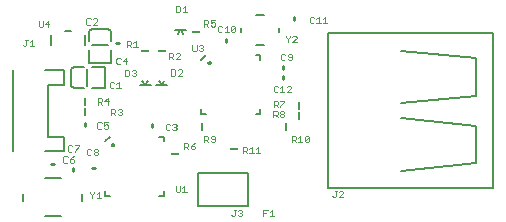
<source format=gto>
G75*
G70*
%OFA0B0*%
%FSLAX24Y24*%
%IPPOS*%
%LPD*%
%AMOC8*
5,1,8,0,0,1.08239X$1,22.5*
%
%ADD10C,0.0080*%
%ADD11C,0.0050*%
%ADD12C,0.0030*%
%ADD13C,0.0100*%
%ADD14R,0.0276X0.0110*%
%ADD15R,0.0110X0.0276*%
%ADD16C,0.0075*%
D10*
X001149Y003561D02*
X001149Y006239D01*
X002212Y006239D02*
X002842Y006239D01*
X002842Y005766D01*
X002291Y005766D01*
X002291Y004034D01*
X002842Y004034D01*
X002842Y003561D01*
X002212Y003561D01*
X003158Y005646D02*
X003493Y005646D01*
X003768Y005646D02*
X004221Y005646D01*
X004221Y006354D01*
X003768Y006354D01*
X003493Y006354D02*
X003158Y006354D01*
X003079Y006276D01*
X003079Y005724D01*
X003158Y005646D01*
X003686Y006479D02*
X003686Y006932D01*
X003530Y007081D02*
X003530Y007419D01*
X003686Y007542D02*
X003686Y007207D01*
X003686Y007542D02*
X003764Y007621D01*
X004316Y007621D01*
X004394Y007542D01*
X004394Y007207D01*
X004394Y006932D02*
X004394Y006479D01*
X003686Y006479D01*
X002410Y007081D02*
X002410Y007419D01*
X002864Y007569D02*
X003076Y007569D01*
X005453Y005880D02*
X005545Y005758D01*
X005726Y005758D01*
X005631Y005880D02*
X005555Y005764D01*
X005545Y005758D02*
X005364Y005758D01*
X005914Y005758D02*
X006095Y005758D01*
X006003Y005880D01*
X006105Y005764D02*
X006181Y005880D01*
X006095Y005758D02*
X006276Y005758D01*
X006639Y007470D02*
X006715Y007586D01*
X006725Y007592D02*
X006817Y007470D01*
X006906Y007592D02*
X006725Y007592D01*
X006544Y007592D01*
D11*
X002726Y001390D02*
X002214Y001390D01*
X001486Y001902D02*
X001486Y002138D01*
X002214Y002650D02*
X002726Y002650D01*
X003454Y002138D02*
X003454Y001902D01*
X004442Y003759D02*
X004444Y003771D01*
X004449Y003782D01*
X004458Y003791D01*
X004469Y003796D01*
X004481Y003798D01*
X004493Y003796D01*
X004504Y003791D01*
X004513Y003782D01*
X004518Y003771D01*
X004520Y003759D01*
X004518Y003747D01*
X004513Y003736D01*
X004504Y003727D01*
X004493Y003722D01*
X004481Y003720D01*
X004469Y003722D01*
X004458Y003727D01*
X004449Y003736D01*
X004444Y003747D01*
X004442Y003759D01*
X007323Y002821D02*
X007323Y001719D01*
X008977Y001719D01*
X008977Y002821D01*
X007323Y002821D01*
X011630Y002340D02*
X011630Y007460D01*
X011635Y007485D02*
X017140Y007485D01*
X017140Y007450D02*
X017140Y002350D01*
X017140Y002315D02*
X011635Y002315D01*
X014090Y002900D02*
X016590Y003150D01*
X016590Y004400D01*
X014090Y004650D01*
X014090Y005150D02*
X016590Y005400D01*
X016590Y006650D01*
X014090Y006900D01*
X010005Y007536D02*
X010005Y007654D01*
X009493Y008087D02*
X009257Y008087D01*
X008745Y007654D02*
X008745Y007536D01*
X009257Y007103D02*
X009493Y007103D01*
X007652Y006484D02*
X007654Y006496D01*
X007659Y006507D01*
X007668Y006516D01*
X007679Y006521D01*
X007691Y006523D01*
X007703Y006521D01*
X007714Y006516D01*
X007723Y006507D01*
X007728Y006496D01*
X007730Y006484D01*
X007728Y006472D01*
X007723Y006461D01*
X007714Y006452D01*
X007703Y006447D01*
X007691Y006445D01*
X007679Y006447D01*
X007668Y006452D01*
X007659Y006461D01*
X007654Y006472D01*
X007652Y006484D01*
X004322Y007102D02*
X003758Y007102D01*
X003598Y006282D02*
X003598Y005718D01*
D12*
X003965Y005313D02*
X004070Y005313D01*
X004105Y005278D01*
X004105Y005208D01*
X004070Y005173D01*
X003965Y005173D01*
X004035Y005173D02*
X004105Y005103D01*
X004186Y005208D02*
X004326Y005208D01*
X004291Y005103D02*
X004291Y005313D01*
X004186Y005208D01*
X003965Y005103D02*
X003965Y005313D01*
X004368Y005685D02*
X004403Y005650D01*
X004473Y005650D01*
X004508Y005685D01*
X004589Y005650D02*
X004729Y005650D01*
X004659Y005650D02*
X004659Y005860D01*
X004589Y005790D01*
X004508Y005825D02*
X004473Y005860D01*
X004403Y005860D01*
X004368Y005825D01*
X004368Y005685D01*
X004875Y006060D02*
X004980Y006060D01*
X005015Y006095D01*
X005015Y006235D01*
X004980Y006270D01*
X004875Y006270D01*
X004875Y006060D01*
X005096Y006095D02*
X005131Y006060D01*
X005201Y006060D01*
X005236Y006095D01*
X005236Y006130D01*
X005201Y006165D01*
X005166Y006165D01*
X005201Y006165D02*
X005236Y006200D01*
X005236Y006235D01*
X005201Y006270D01*
X005131Y006270D01*
X005096Y006235D01*
X004916Y006450D02*
X004916Y006660D01*
X004811Y006555D01*
X004951Y006555D01*
X004730Y006485D02*
X004695Y006450D01*
X004625Y006450D01*
X004590Y006485D01*
X004590Y006625D01*
X004625Y006660D01*
X004695Y006660D01*
X004730Y006625D01*
X004935Y007015D02*
X004935Y007225D01*
X005040Y007225D01*
X005075Y007190D01*
X005075Y007120D01*
X005040Y007085D01*
X004935Y007085D01*
X005005Y007085D02*
X005075Y007015D01*
X005156Y007015D02*
X005296Y007015D01*
X005226Y007015D02*
X005226Y007225D01*
X005156Y007155D01*
X006350Y006820D02*
X006350Y006610D01*
X006350Y006680D02*
X006455Y006680D01*
X006490Y006715D01*
X006490Y006785D01*
X006455Y006820D01*
X006350Y006820D01*
X006420Y006680D02*
X006490Y006610D01*
X006571Y006610D02*
X006711Y006750D01*
X006711Y006785D01*
X006676Y006820D01*
X006606Y006820D01*
X006571Y006785D01*
X006571Y006610D02*
X006711Y006610D01*
X006736Y006275D02*
X006666Y006275D01*
X006631Y006240D01*
X006550Y006240D02*
X006550Y006100D01*
X006515Y006065D01*
X006410Y006065D01*
X006410Y006275D01*
X006515Y006275D01*
X006550Y006240D01*
X006736Y006275D02*
X006771Y006240D01*
X006771Y006205D01*
X006631Y006065D01*
X006771Y006065D01*
X007157Y006881D02*
X007227Y006881D01*
X007262Y006916D01*
X007262Y007091D01*
X007343Y007056D02*
X007378Y007091D01*
X007448Y007091D01*
X007483Y007056D01*
X007483Y007021D01*
X007448Y006986D01*
X007483Y006951D01*
X007483Y006916D01*
X007448Y006881D01*
X007378Y006881D01*
X007343Y006916D01*
X007413Y006986D02*
X007448Y006986D01*
X007157Y006881D02*
X007122Y006916D01*
X007122Y007091D01*
X007975Y007550D02*
X008010Y007515D01*
X008080Y007515D01*
X008115Y007550D01*
X008196Y007515D02*
X008336Y007515D01*
X008266Y007515D02*
X008266Y007725D01*
X008196Y007655D01*
X008115Y007690D02*
X008080Y007725D01*
X008010Y007725D01*
X007975Y007690D01*
X007975Y007550D01*
X007831Y007705D02*
X007761Y007705D01*
X007726Y007740D01*
X007726Y007810D02*
X007796Y007845D01*
X007831Y007845D01*
X007866Y007810D01*
X007866Y007740D01*
X007831Y007705D01*
X007726Y007810D02*
X007726Y007915D01*
X007866Y007915D01*
X007645Y007880D02*
X007645Y007810D01*
X007610Y007775D01*
X007505Y007775D01*
X007505Y007705D02*
X007505Y007915D01*
X007610Y007915D01*
X007645Y007880D01*
X007575Y007775D02*
X007645Y007705D01*
X008417Y007690D02*
X008417Y007550D01*
X008557Y007690D01*
X008557Y007550D01*
X008522Y007515D01*
X008452Y007515D01*
X008417Y007550D01*
X008417Y007690D02*
X008452Y007725D01*
X008522Y007725D01*
X008557Y007690D01*
X006936Y008190D02*
X006796Y008190D01*
X006866Y008190D02*
X006866Y008400D01*
X006796Y008330D01*
X006715Y008365D02*
X006680Y008400D01*
X006575Y008400D01*
X006575Y008190D01*
X006680Y008190D01*
X006715Y008225D01*
X006715Y008365D01*
X003949Y007940D02*
X003949Y007905D01*
X003809Y007765D01*
X003949Y007765D01*
X003728Y007800D02*
X003693Y007765D01*
X003623Y007765D01*
X003588Y007800D01*
X003588Y007940D01*
X003623Y007975D01*
X003693Y007975D01*
X003728Y007940D01*
X003809Y007940D02*
X003844Y007975D01*
X003914Y007975D01*
X003949Y007940D01*
X002356Y007790D02*
X002216Y007790D01*
X002321Y007895D01*
X002321Y007685D01*
X002135Y007720D02*
X002135Y007895D01*
X001995Y007895D02*
X001995Y007720D01*
X002030Y007685D01*
X002100Y007685D01*
X002135Y007720D01*
X001776Y007257D02*
X001776Y007047D01*
X001706Y007047D02*
X001846Y007047D01*
X001590Y007082D02*
X001590Y007257D01*
X001555Y007257D02*
X001625Y007257D01*
X001706Y007187D02*
X001776Y007257D01*
X001590Y007082D02*
X001555Y007047D01*
X001520Y007047D01*
X001485Y007082D01*
X004405Y004963D02*
X004510Y004963D01*
X004545Y004928D01*
X004545Y004858D01*
X004510Y004823D01*
X004405Y004823D01*
X004475Y004823D02*
X004545Y004753D01*
X004626Y004788D02*
X004661Y004753D01*
X004731Y004753D01*
X004766Y004788D01*
X004766Y004823D01*
X004731Y004858D01*
X004696Y004858D01*
X004731Y004858D02*
X004766Y004893D01*
X004766Y004928D01*
X004731Y004963D01*
X004661Y004963D01*
X004626Y004928D01*
X004405Y004963D02*
X004405Y004753D01*
X004316Y004510D02*
X004176Y004510D01*
X004176Y004405D01*
X004246Y004440D01*
X004281Y004440D01*
X004316Y004405D01*
X004316Y004335D01*
X004281Y004300D01*
X004211Y004300D01*
X004176Y004335D01*
X004095Y004335D02*
X004060Y004300D01*
X003990Y004300D01*
X003955Y004335D01*
X003955Y004475D01*
X003990Y004510D01*
X004060Y004510D01*
X004095Y004475D01*
X003341Y003745D02*
X003201Y003745D01*
X003120Y003710D02*
X003085Y003745D01*
X003015Y003745D01*
X002980Y003710D01*
X002980Y003570D01*
X003015Y003535D01*
X003085Y003535D01*
X003120Y003570D01*
X003201Y003570D02*
X003201Y003535D01*
X003201Y003570D02*
X003341Y003710D01*
X003341Y003745D01*
X003610Y003590D02*
X003610Y003450D01*
X003645Y003415D01*
X003715Y003415D01*
X003750Y003450D01*
X003831Y003450D02*
X003866Y003415D01*
X003936Y003415D01*
X003971Y003450D01*
X003971Y003485D01*
X003936Y003520D01*
X003866Y003520D01*
X003831Y003555D01*
X003831Y003590D01*
X003866Y003625D01*
X003936Y003625D01*
X003971Y003590D01*
X003971Y003555D01*
X003936Y003520D01*
X003866Y003520D02*
X003831Y003485D01*
X003831Y003450D01*
X003750Y003590D02*
X003715Y003625D01*
X003645Y003625D01*
X003610Y003590D01*
X003181Y003380D02*
X003111Y003345D01*
X003041Y003275D01*
X003146Y003275D01*
X003181Y003240D01*
X003181Y003205D01*
X003146Y003170D01*
X003076Y003170D01*
X003041Y003205D01*
X003041Y003275D01*
X002960Y003205D02*
X002925Y003170D01*
X002855Y003170D01*
X002820Y003205D01*
X002820Y003345D01*
X002855Y003380D01*
X002925Y003380D01*
X002960Y003345D01*
X003711Y002195D02*
X003711Y002160D01*
X003781Y002090D01*
X003781Y001985D01*
X003781Y002090D02*
X003851Y002160D01*
X003851Y002195D01*
X003932Y002125D02*
X004002Y002195D01*
X004002Y001985D01*
X003932Y001985D02*
X004072Y001985D01*
X006566Y002219D02*
X006601Y002184D01*
X006671Y002184D01*
X006706Y002219D01*
X006706Y002394D01*
X006787Y002324D02*
X006857Y002394D01*
X006857Y002184D01*
X006787Y002184D02*
X006927Y002184D01*
X006566Y002219D02*
X006566Y002394D01*
X008423Y001430D02*
X008458Y001395D01*
X008493Y001395D01*
X008528Y001430D01*
X008528Y001605D01*
X008493Y001605D02*
X008563Y001605D01*
X008644Y001570D02*
X008679Y001605D01*
X008749Y001605D01*
X008784Y001570D01*
X008784Y001535D01*
X008749Y001500D01*
X008784Y001465D01*
X008784Y001430D01*
X008749Y001395D01*
X008679Y001395D01*
X008644Y001430D01*
X008714Y001500D02*
X008749Y001500D01*
X009490Y001495D02*
X009560Y001495D01*
X009490Y001390D02*
X009490Y001600D01*
X009630Y001600D01*
X009711Y001530D02*
X009781Y001600D01*
X009781Y001390D01*
X009711Y001390D02*
X009851Y001390D01*
X011790Y002050D02*
X011825Y002015D01*
X011860Y002015D01*
X011895Y002050D01*
X011895Y002225D01*
X011860Y002225D02*
X011930Y002225D01*
X012011Y002190D02*
X012046Y002225D01*
X012116Y002225D01*
X012151Y002190D01*
X012151Y002155D01*
X012011Y002015D01*
X012151Y002015D01*
X009382Y003485D02*
X009242Y003485D01*
X009312Y003485D02*
X009312Y003695D01*
X009242Y003625D01*
X009161Y003485D02*
X009021Y003485D01*
X009091Y003485D02*
X009091Y003695D01*
X009021Y003625D01*
X008940Y003660D02*
X008940Y003590D01*
X008905Y003555D01*
X008800Y003555D01*
X008800Y003485D02*
X008800Y003695D01*
X008905Y003695D01*
X008940Y003660D01*
X008870Y003555D02*
X008940Y003485D01*
X007866Y003895D02*
X007866Y004035D01*
X007831Y004070D01*
X007761Y004070D01*
X007726Y004035D01*
X007726Y004000D01*
X007761Y003965D01*
X007866Y003965D01*
X007866Y003895D02*
X007831Y003860D01*
X007761Y003860D01*
X007726Y003895D01*
X007645Y003860D02*
X007575Y003930D01*
X007610Y003930D02*
X007505Y003930D01*
X007505Y003860D02*
X007505Y004070D01*
X007610Y004070D01*
X007645Y004035D01*
X007645Y003965D01*
X007610Y003930D01*
X007206Y003825D02*
X007136Y003790D01*
X007066Y003720D01*
X007171Y003720D01*
X007206Y003685D01*
X007206Y003650D01*
X007171Y003615D01*
X007101Y003615D01*
X007066Y003650D01*
X007066Y003720D01*
X006985Y003720D02*
X006950Y003685D01*
X006845Y003685D01*
X006845Y003615D02*
X006845Y003825D01*
X006950Y003825D01*
X006985Y003790D01*
X006985Y003720D01*
X006915Y003685D02*
X006985Y003615D01*
X006556Y004250D02*
X006486Y004250D01*
X006451Y004285D01*
X006370Y004285D02*
X006335Y004250D01*
X006265Y004250D01*
X006230Y004285D01*
X006230Y004425D01*
X006265Y004460D01*
X006335Y004460D01*
X006370Y004425D01*
X006451Y004425D02*
X006486Y004460D01*
X006556Y004460D01*
X006591Y004425D01*
X006591Y004390D01*
X006556Y004355D01*
X006591Y004320D01*
X006591Y004285D01*
X006556Y004250D01*
X006556Y004355D02*
X006521Y004355D01*
X009820Y004690D02*
X009820Y004900D01*
X009925Y004900D01*
X009960Y004865D01*
X009960Y004795D01*
X009925Y004760D01*
X009820Y004760D01*
X009890Y004760D02*
X009960Y004690D01*
X010041Y004725D02*
X010041Y004760D01*
X010076Y004795D01*
X010146Y004795D01*
X010181Y004760D01*
X010181Y004725D01*
X010146Y004690D01*
X010076Y004690D01*
X010041Y004725D01*
X010076Y004795D02*
X010041Y004830D01*
X010041Y004865D01*
X010076Y004900D01*
X010146Y004900D01*
X010181Y004865D01*
X010181Y004830D01*
X010146Y004795D01*
X010046Y005015D02*
X010046Y005050D01*
X010186Y005190D01*
X010186Y005225D01*
X010046Y005225D01*
X009965Y005190D02*
X009965Y005120D01*
X009930Y005085D01*
X009825Y005085D01*
X009825Y005015D02*
X009825Y005225D01*
X009930Y005225D01*
X009965Y005190D01*
X009895Y005085D02*
X009965Y005015D01*
X009930Y005525D02*
X009965Y005560D01*
X009930Y005525D02*
X009860Y005525D01*
X009825Y005560D01*
X009825Y005700D01*
X009860Y005735D01*
X009930Y005735D01*
X009965Y005700D01*
X010046Y005665D02*
X010116Y005735D01*
X010116Y005525D01*
X010046Y005525D02*
X010186Y005525D01*
X010267Y005525D02*
X010407Y005665D01*
X010407Y005700D01*
X010372Y005735D01*
X010302Y005735D01*
X010267Y005700D01*
X010267Y005525D02*
X010407Y005525D01*
X010401Y006585D02*
X010331Y006585D01*
X010296Y006620D01*
X010331Y006690D02*
X010436Y006690D01*
X010436Y006620D02*
X010436Y006760D01*
X010401Y006795D01*
X010331Y006795D01*
X010296Y006760D01*
X010296Y006725D01*
X010331Y006690D01*
X010401Y006585D02*
X010436Y006620D01*
X010215Y006620D02*
X010180Y006585D01*
X010110Y006585D01*
X010075Y006620D01*
X010075Y006760D01*
X010110Y006795D01*
X010180Y006795D01*
X010215Y006760D01*
X010301Y007180D02*
X010301Y007285D01*
X010371Y007355D01*
X010371Y007390D01*
X010452Y007355D02*
X010487Y007390D01*
X010557Y007390D01*
X010592Y007355D01*
X010592Y007320D01*
X010452Y007180D01*
X010592Y007180D01*
X010301Y007285D02*
X010231Y007355D01*
X010231Y007390D01*
X011035Y007860D02*
X011070Y007825D01*
X011140Y007825D01*
X011175Y007860D01*
X011256Y007825D02*
X011396Y007825D01*
X011326Y007825D02*
X011326Y008035D01*
X011256Y007965D01*
X011175Y008000D02*
X011140Y008035D01*
X011070Y008035D01*
X011035Y008000D01*
X011035Y007860D01*
X011477Y007825D02*
X011617Y007825D01*
X011547Y007825D02*
X011547Y008035D01*
X011477Y007965D01*
X010972Y004070D02*
X011007Y004035D01*
X010867Y003895D01*
X010902Y003860D01*
X010972Y003860D01*
X011007Y003895D01*
X011007Y004035D01*
X010972Y004070D02*
X010902Y004070D01*
X010867Y004035D01*
X010867Y003895D01*
X010786Y003860D02*
X010646Y003860D01*
X010716Y003860D02*
X010716Y004070D01*
X010646Y004000D01*
X010565Y003965D02*
X010530Y003930D01*
X010425Y003930D01*
X010425Y003860D02*
X010425Y004070D01*
X010530Y004070D01*
X010565Y004035D01*
X010565Y003965D01*
X010495Y003930D02*
X010565Y003860D01*
D13*
X010130Y005961D02*
X010130Y006059D01*
X010130Y006281D02*
X010130Y006379D01*
X008230Y007196D02*
X008230Y007294D01*
X010520Y007911D02*
X010520Y008009D01*
X004669Y007140D02*
X004571Y007140D01*
X003550Y004499D02*
X003550Y004401D01*
X002519Y003110D02*
X002421Y003110D01*
X003150Y002979D02*
X003150Y002881D01*
X003771Y002990D02*
X003869Y002990D01*
X005765Y004361D02*
X005765Y004459D01*
D14*
X006550Y003460D03*
X008500Y003625D03*
X006095Y006900D03*
X005545Y006900D03*
X007250Y007525D03*
D15*
X003550Y005198D03*
X003550Y004858D03*
X007440Y004350D03*
X010250Y004350D03*
X010675Y004730D03*
X010675Y005070D03*
D16*
X009384Y004948D02*
X009384Y004791D01*
X009227Y004791D01*
X007573Y004791D02*
X007416Y004791D01*
X007416Y004948D01*
X006174Y004034D02*
X006017Y004034D01*
X006174Y004034D02*
X006174Y003877D01*
X004363Y004034D02*
X004206Y003877D01*
X004206Y002223D02*
X004206Y002066D01*
X004363Y002066D01*
X006017Y002066D02*
X006174Y002066D01*
X006174Y002223D01*
X007416Y006602D02*
X007573Y006759D01*
X009227Y006759D02*
X009384Y006759D01*
X009384Y006602D01*
M02*

</source>
